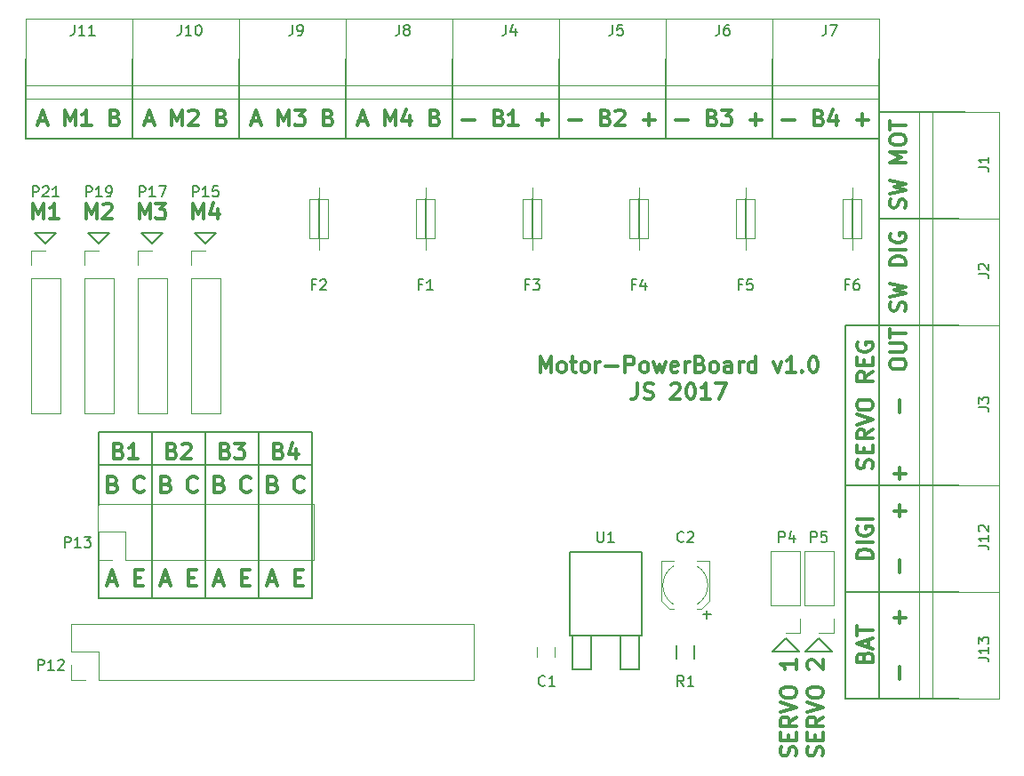
<source format=gbr>
G04 #@! TF.FileFunction,Legend,Top*
%FSLAX46Y46*%
G04 Gerber Fmt 4.6, Leading zero omitted, Abs format (unit mm)*
G04 Created by KiCad (PCBNEW 4.0.5) date 02/02/17 21:36:50*
%MOMM*%
%LPD*%
G01*
G04 APERTURE LIST*
%ADD10C,0.100000*%
%ADD11C,0.300000*%
%ADD12C,0.200000*%
%ADD13C,0.120000*%
%ADD14C,0.150000*%
G04 APERTURE END LIST*
D10*
D11*
X92866429Y-99098571D02*
X92866429Y-97598571D01*
X93366429Y-98670000D01*
X93866429Y-97598571D01*
X93866429Y-99098571D01*
X94795001Y-99098571D02*
X94652143Y-99027143D01*
X94580715Y-98955714D01*
X94509286Y-98812857D01*
X94509286Y-98384286D01*
X94580715Y-98241429D01*
X94652143Y-98170000D01*
X94795001Y-98098571D01*
X95009286Y-98098571D01*
X95152143Y-98170000D01*
X95223572Y-98241429D01*
X95295001Y-98384286D01*
X95295001Y-98812857D01*
X95223572Y-98955714D01*
X95152143Y-99027143D01*
X95009286Y-99098571D01*
X94795001Y-99098571D01*
X95723572Y-98098571D02*
X96295001Y-98098571D01*
X95937858Y-97598571D02*
X95937858Y-98884286D01*
X96009286Y-99027143D01*
X96152144Y-99098571D01*
X96295001Y-99098571D01*
X97009287Y-99098571D02*
X96866429Y-99027143D01*
X96795001Y-98955714D01*
X96723572Y-98812857D01*
X96723572Y-98384286D01*
X96795001Y-98241429D01*
X96866429Y-98170000D01*
X97009287Y-98098571D01*
X97223572Y-98098571D01*
X97366429Y-98170000D01*
X97437858Y-98241429D01*
X97509287Y-98384286D01*
X97509287Y-98812857D01*
X97437858Y-98955714D01*
X97366429Y-99027143D01*
X97223572Y-99098571D01*
X97009287Y-99098571D01*
X98152144Y-99098571D02*
X98152144Y-98098571D01*
X98152144Y-98384286D02*
X98223572Y-98241429D01*
X98295001Y-98170000D01*
X98437858Y-98098571D01*
X98580715Y-98098571D01*
X99080715Y-98527143D02*
X100223572Y-98527143D01*
X100937858Y-99098571D02*
X100937858Y-97598571D01*
X101509286Y-97598571D01*
X101652144Y-97670000D01*
X101723572Y-97741429D01*
X101795001Y-97884286D01*
X101795001Y-98098571D01*
X101723572Y-98241429D01*
X101652144Y-98312857D01*
X101509286Y-98384286D01*
X100937858Y-98384286D01*
X102652144Y-99098571D02*
X102509286Y-99027143D01*
X102437858Y-98955714D01*
X102366429Y-98812857D01*
X102366429Y-98384286D01*
X102437858Y-98241429D01*
X102509286Y-98170000D01*
X102652144Y-98098571D01*
X102866429Y-98098571D01*
X103009286Y-98170000D01*
X103080715Y-98241429D01*
X103152144Y-98384286D01*
X103152144Y-98812857D01*
X103080715Y-98955714D01*
X103009286Y-99027143D01*
X102866429Y-99098571D01*
X102652144Y-99098571D01*
X103652144Y-98098571D02*
X103937858Y-99098571D01*
X104223572Y-98384286D01*
X104509287Y-99098571D01*
X104795001Y-98098571D01*
X105937858Y-99027143D02*
X105795001Y-99098571D01*
X105509287Y-99098571D01*
X105366430Y-99027143D01*
X105295001Y-98884286D01*
X105295001Y-98312857D01*
X105366430Y-98170000D01*
X105509287Y-98098571D01*
X105795001Y-98098571D01*
X105937858Y-98170000D01*
X106009287Y-98312857D01*
X106009287Y-98455714D01*
X105295001Y-98598571D01*
X106652144Y-99098571D02*
X106652144Y-98098571D01*
X106652144Y-98384286D02*
X106723572Y-98241429D01*
X106795001Y-98170000D01*
X106937858Y-98098571D01*
X107080715Y-98098571D01*
X108080715Y-98312857D02*
X108295001Y-98384286D01*
X108366429Y-98455714D01*
X108437858Y-98598571D01*
X108437858Y-98812857D01*
X108366429Y-98955714D01*
X108295001Y-99027143D01*
X108152143Y-99098571D01*
X107580715Y-99098571D01*
X107580715Y-97598571D01*
X108080715Y-97598571D01*
X108223572Y-97670000D01*
X108295001Y-97741429D01*
X108366429Y-97884286D01*
X108366429Y-98027143D01*
X108295001Y-98170000D01*
X108223572Y-98241429D01*
X108080715Y-98312857D01*
X107580715Y-98312857D01*
X109295001Y-99098571D02*
X109152143Y-99027143D01*
X109080715Y-98955714D01*
X109009286Y-98812857D01*
X109009286Y-98384286D01*
X109080715Y-98241429D01*
X109152143Y-98170000D01*
X109295001Y-98098571D01*
X109509286Y-98098571D01*
X109652143Y-98170000D01*
X109723572Y-98241429D01*
X109795001Y-98384286D01*
X109795001Y-98812857D01*
X109723572Y-98955714D01*
X109652143Y-99027143D01*
X109509286Y-99098571D01*
X109295001Y-99098571D01*
X111080715Y-99098571D02*
X111080715Y-98312857D01*
X111009286Y-98170000D01*
X110866429Y-98098571D01*
X110580715Y-98098571D01*
X110437858Y-98170000D01*
X111080715Y-99027143D02*
X110937858Y-99098571D01*
X110580715Y-99098571D01*
X110437858Y-99027143D01*
X110366429Y-98884286D01*
X110366429Y-98741429D01*
X110437858Y-98598571D01*
X110580715Y-98527143D01*
X110937858Y-98527143D01*
X111080715Y-98455714D01*
X111795001Y-99098571D02*
X111795001Y-98098571D01*
X111795001Y-98384286D02*
X111866429Y-98241429D01*
X111937858Y-98170000D01*
X112080715Y-98098571D01*
X112223572Y-98098571D01*
X113366429Y-99098571D02*
X113366429Y-97598571D01*
X113366429Y-99027143D02*
X113223572Y-99098571D01*
X112937858Y-99098571D01*
X112795000Y-99027143D01*
X112723572Y-98955714D01*
X112652143Y-98812857D01*
X112652143Y-98384286D01*
X112723572Y-98241429D01*
X112795000Y-98170000D01*
X112937858Y-98098571D01*
X113223572Y-98098571D01*
X113366429Y-98170000D01*
X115080715Y-98098571D02*
X115437858Y-99098571D01*
X115795000Y-98098571D01*
X117152143Y-99098571D02*
X116295000Y-99098571D01*
X116723572Y-99098571D02*
X116723572Y-97598571D01*
X116580715Y-97812857D01*
X116437857Y-97955714D01*
X116295000Y-98027143D01*
X117795000Y-98955714D02*
X117866428Y-99027143D01*
X117795000Y-99098571D01*
X117723571Y-99027143D01*
X117795000Y-98955714D01*
X117795000Y-99098571D01*
X118795000Y-97598571D02*
X118937857Y-97598571D01*
X119080714Y-97670000D01*
X119152143Y-97741429D01*
X119223572Y-97884286D01*
X119295000Y-98170000D01*
X119295000Y-98527143D01*
X119223572Y-98812857D01*
X119152143Y-98955714D01*
X119080714Y-99027143D01*
X118937857Y-99098571D01*
X118795000Y-99098571D01*
X118652143Y-99027143D01*
X118580714Y-98955714D01*
X118509286Y-98812857D01*
X118437857Y-98527143D01*
X118437857Y-98170000D01*
X118509286Y-97884286D01*
X118580714Y-97741429D01*
X118652143Y-97670000D01*
X118795000Y-97598571D01*
X102116430Y-100148571D02*
X102116430Y-101220000D01*
X102045002Y-101434286D01*
X101902145Y-101577143D01*
X101687859Y-101648571D01*
X101545002Y-101648571D01*
X102759287Y-101577143D02*
X102973573Y-101648571D01*
X103330716Y-101648571D01*
X103473573Y-101577143D01*
X103545002Y-101505714D01*
X103616430Y-101362857D01*
X103616430Y-101220000D01*
X103545002Y-101077143D01*
X103473573Y-101005714D01*
X103330716Y-100934286D01*
X103045002Y-100862857D01*
X102902144Y-100791429D01*
X102830716Y-100720000D01*
X102759287Y-100577143D01*
X102759287Y-100434286D01*
X102830716Y-100291429D01*
X102902144Y-100220000D01*
X103045002Y-100148571D01*
X103402144Y-100148571D01*
X103616430Y-100220000D01*
X105330715Y-100291429D02*
X105402144Y-100220000D01*
X105545001Y-100148571D01*
X105902144Y-100148571D01*
X106045001Y-100220000D01*
X106116430Y-100291429D01*
X106187858Y-100434286D01*
X106187858Y-100577143D01*
X106116430Y-100791429D01*
X105259287Y-101648571D01*
X106187858Y-101648571D01*
X107116429Y-100148571D02*
X107259286Y-100148571D01*
X107402143Y-100220000D01*
X107473572Y-100291429D01*
X107545001Y-100434286D01*
X107616429Y-100720000D01*
X107616429Y-101077143D01*
X107545001Y-101362857D01*
X107473572Y-101505714D01*
X107402143Y-101577143D01*
X107259286Y-101648571D01*
X107116429Y-101648571D01*
X106973572Y-101577143D01*
X106902143Y-101505714D01*
X106830715Y-101362857D01*
X106759286Y-101077143D01*
X106759286Y-100720000D01*
X106830715Y-100434286D01*
X106902143Y-100291429D01*
X106973572Y-100220000D01*
X107116429Y-100148571D01*
X109045000Y-101648571D02*
X108187857Y-101648571D01*
X108616429Y-101648571D02*
X108616429Y-100148571D01*
X108473572Y-100362857D01*
X108330714Y-100505714D01*
X108187857Y-100577143D01*
X109545000Y-100148571D02*
X110545000Y-100148571D01*
X109902143Y-101648571D01*
D12*
X55880000Y-107950000D02*
X55880000Y-104775000D01*
X60960000Y-104775000D02*
X61595000Y-104775000D01*
X60960000Y-107950000D02*
X60960000Y-104775000D01*
X66040000Y-107950000D02*
X66040000Y-104775000D01*
X71120000Y-104775000D02*
X71120000Y-107950000D01*
X50800000Y-104775000D02*
X71120000Y-104775000D01*
X50800000Y-105410000D02*
X50800000Y-104775000D01*
X50800000Y-107950000D02*
X50800000Y-105410000D01*
D11*
X67972858Y-106572857D02*
X68187144Y-106644286D01*
X68258572Y-106715714D01*
X68330001Y-106858571D01*
X68330001Y-107072857D01*
X68258572Y-107215714D01*
X68187144Y-107287143D01*
X68044286Y-107358571D01*
X67472858Y-107358571D01*
X67472858Y-105858571D01*
X67972858Y-105858571D01*
X68115715Y-105930000D01*
X68187144Y-106001429D01*
X68258572Y-106144286D01*
X68258572Y-106287143D01*
X68187144Y-106430000D01*
X68115715Y-106501429D01*
X67972858Y-106572857D01*
X67472858Y-106572857D01*
X69615715Y-106358571D02*
X69615715Y-107358571D01*
X69258572Y-105787143D02*
X68901429Y-106858571D01*
X69830001Y-106858571D01*
X62892858Y-106572857D02*
X63107144Y-106644286D01*
X63178572Y-106715714D01*
X63250001Y-106858571D01*
X63250001Y-107072857D01*
X63178572Y-107215714D01*
X63107144Y-107287143D01*
X62964286Y-107358571D01*
X62392858Y-107358571D01*
X62392858Y-105858571D01*
X62892858Y-105858571D01*
X63035715Y-105930000D01*
X63107144Y-106001429D01*
X63178572Y-106144286D01*
X63178572Y-106287143D01*
X63107144Y-106430000D01*
X63035715Y-106501429D01*
X62892858Y-106572857D01*
X62392858Y-106572857D01*
X63750001Y-105858571D02*
X64678572Y-105858571D01*
X64178572Y-106430000D01*
X64392858Y-106430000D01*
X64535715Y-106501429D01*
X64607144Y-106572857D01*
X64678572Y-106715714D01*
X64678572Y-107072857D01*
X64607144Y-107215714D01*
X64535715Y-107287143D01*
X64392858Y-107358571D01*
X63964286Y-107358571D01*
X63821429Y-107287143D01*
X63750001Y-107215714D01*
X57812858Y-106572857D02*
X58027144Y-106644286D01*
X58098572Y-106715714D01*
X58170001Y-106858571D01*
X58170001Y-107072857D01*
X58098572Y-107215714D01*
X58027144Y-107287143D01*
X57884286Y-107358571D01*
X57312858Y-107358571D01*
X57312858Y-105858571D01*
X57812858Y-105858571D01*
X57955715Y-105930000D01*
X58027144Y-106001429D01*
X58098572Y-106144286D01*
X58098572Y-106287143D01*
X58027144Y-106430000D01*
X57955715Y-106501429D01*
X57812858Y-106572857D01*
X57312858Y-106572857D01*
X58741429Y-106001429D02*
X58812858Y-105930000D01*
X58955715Y-105858571D01*
X59312858Y-105858571D01*
X59455715Y-105930000D01*
X59527144Y-106001429D01*
X59598572Y-106144286D01*
X59598572Y-106287143D01*
X59527144Y-106501429D01*
X58670001Y-107358571D01*
X59598572Y-107358571D01*
X52732858Y-106572857D02*
X52947144Y-106644286D01*
X53018572Y-106715714D01*
X53090001Y-106858571D01*
X53090001Y-107072857D01*
X53018572Y-107215714D01*
X52947144Y-107287143D01*
X52804286Y-107358571D01*
X52232858Y-107358571D01*
X52232858Y-105858571D01*
X52732858Y-105858571D01*
X52875715Y-105930000D01*
X52947144Y-106001429D01*
X53018572Y-106144286D01*
X53018572Y-106287143D01*
X52947144Y-106430000D01*
X52875715Y-106501429D01*
X52732858Y-106572857D01*
X52232858Y-106572857D01*
X54518572Y-107358571D02*
X53661429Y-107358571D01*
X54090001Y-107358571D02*
X54090001Y-105858571D01*
X53947144Y-106072857D01*
X53804286Y-106215714D01*
X53661429Y-106287143D01*
D12*
X121920000Y-130175000D02*
X125095000Y-130175000D01*
X121920000Y-120015000D02*
X121920000Y-130175000D01*
D11*
X123717857Y-126202142D02*
X123789286Y-125987856D01*
X123860714Y-125916428D01*
X124003571Y-125844999D01*
X124217857Y-125844999D01*
X124360714Y-125916428D01*
X124432143Y-125987856D01*
X124503571Y-126130714D01*
X124503571Y-126702142D01*
X123003571Y-126702142D01*
X123003571Y-126202142D01*
X123075000Y-126059285D01*
X123146429Y-125987856D01*
X123289286Y-125916428D01*
X123432143Y-125916428D01*
X123575000Y-125987856D01*
X123646429Y-126059285D01*
X123717857Y-126202142D01*
X123717857Y-126702142D01*
X124075000Y-125273571D02*
X124075000Y-124559285D01*
X124503571Y-125416428D02*
X123003571Y-124916428D01*
X124503571Y-124416428D01*
X123003571Y-124130714D02*
X123003571Y-123273571D01*
X124503571Y-123702142D02*
X123003571Y-123702142D01*
X124503571Y-116792143D02*
X123003571Y-116792143D01*
X123003571Y-116435000D01*
X123075000Y-116220715D01*
X123217857Y-116077857D01*
X123360714Y-116006429D01*
X123646429Y-115935000D01*
X123860714Y-115935000D01*
X124146429Y-116006429D01*
X124289286Y-116077857D01*
X124432143Y-116220715D01*
X124503571Y-116435000D01*
X124503571Y-116792143D01*
X124503571Y-115292143D02*
X123003571Y-115292143D01*
X123075000Y-113792143D02*
X123003571Y-113935000D01*
X123003571Y-114149286D01*
X123075000Y-114363571D01*
X123217857Y-114506429D01*
X123360714Y-114577857D01*
X123646429Y-114649286D01*
X123860714Y-114649286D01*
X124146429Y-114577857D01*
X124289286Y-114506429D01*
X124432143Y-114363571D01*
X124503571Y-114149286D01*
X124503571Y-114006429D01*
X124432143Y-113792143D01*
X124360714Y-113720714D01*
X123860714Y-113720714D01*
X123860714Y-114006429D01*
X124503571Y-113077857D02*
X123003571Y-113077857D01*
X124432143Y-108270714D02*
X124503571Y-108056428D01*
X124503571Y-107699285D01*
X124432143Y-107556428D01*
X124360714Y-107484999D01*
X124217857Y-107413571D01*
X124075000Y-107413571D01*
X123932143Y-107484999D01*
X123860714Y-107556428D01*
X123789286Y-107699285D01*
X123717857Y-107984999D01*
X123646429Y-108127857D01*
X123575000Y-108199285D01*
X123432143Y-108270714D01*
X123289286Y-108270714D01*
X123146429Y-108199285D01*
X123075000Y-108127857D01*
X123003571Y-107984999D01*
X123003571Y-107627857D01*
X123075000Y-107413571D01*
X123717857Y-106770714D02*
X123717857Y-106270714D01*
X124503571Y-106056428D02*
X124503571Y-106770714D01*
X123003571Y-106770714D01*
X123003571Y-106056428D01*
X124503571Y-104556428D02*
X123789286Y-105056428D01*
X124503571Y-105413571D02*
X123003571Y-105413571D01*
X123003571Y-104842143D01*
X123075000Y-104699285D01*
X123146429Y-104627857D01*
X123289286Y-104556428D01*
X123503571Y-104556428D01*
X123646429Y-104627857D01*
X123717857Y-104699285D01*
X123789286Y-104842143D01*
X123789286Y-105413571D01*
X123003571Y-104127857D02*
X124503571Y-103627857D01*
X123003571Y-103127857D01*
X123003571Y-102342143D02*
X123003571Y-102056429D01*
X123075000Y-101913571D01*
X123217857Y-101770714D01*
X123503571Y-101699286D01*
X124003571Y-101699286D01*
X124289286Y-101770714D01*
X124432143Y-101913571D01*
X124503571Y-102056429D01*
X124503571Y-102342143D01*
X124432143Y-102485000D01*
X124289286Y-102627857D01*
X124003571Y-102699286D01*
X123503571Y-102699286D01*
X123217857Y-102627857D01*
X123075000Y-102485000D01*
X123003571Y-102342143D01*
X124503571Y-99056428D02*
X123789286Y-99556428D01*
X124503571Y-99913571D02*
X123003571Y-99913571D01*
X123003571Y-99342143D01*
X123075000Y-99199285D01*
X123146429Y-99127857D01*
X123289286Y-99056428D01*
X123503571Y-99056428D01*
X123646429Y-99127857D01*
X123717857Y-99199285D01*
X123789286Y-99342143D01*
X123789286Y-99913571D01*
X123717857Y-98413571D02*
X123717857Y-97913571D01*
X124503571Y-97699285D02*
X124503571Y-98413571D01*
X123003571Y-98413571D01*
X123003571Y-97699285D01*
X123075000Y-96270714D02*
X123003571Y-96413571D01*
X123003571Y-96627857D01*
X123075000Y-96842142D01*
X123217857Y-96985000D01*
X123360714Y-97056428D01*
X123646429Y-97127857D01*
X123860714Y-97127857D01*
X124146429Y-97056428D01*
X124289286Y-96985000D01*
X124432143Y-96842142D01*
X124503571Y-96627857D01*
X124503571Y-96485000D01*
X124432143Y-96270714D01*
X124360714Y-96199285D01*
X123860714Y-96199285D01*
X123860714Y-96485000D01*
D12*
X71755000Y-82550000D02*
X71755000Y-86360000D01*
X81915000Y-86360000D02*
X81915000Y-82550000D01*
X92075000Y-82550000D02*
X92075000Y-86360000D01*
X102235000Y-86360000D02*
X102235000Y-82550000D01*
X112395000Y-86360000D02*
X112395000Y-82550000D01*
X122555000Y-86360000D02*
X122555000Y-82550000D01*
X71120000Y-120650000D02*
X66040000Y-120650000D01*
X71120000Y-107950000D02*
X71120000Y-120650000D01*
X66040000Y-107950000D02*
X71120000Y-107950000D01*
X66040000Y-120650000D02*
X60960000Y-120650000D01*
X66040000Y-107950000D02*
X66040000Y-120650000D01*
X60960000Y-107950000D02*
X66040000Y-107950000D01*
X60960000Y-120650000D02*
X55880000Y-120650000D01*
X60960000Y-120015000D02*
X60960000Y-120650000D01*
X60960000Y-107950000D02*
X60960000Y-120015000D01*
X55880000Y-107950000D02*
X60960000Y-107950000D01*
X50800000Y-120650000D02*
X50800000Y-114300000D01*
X55880000Y-120650000D02*
X50800000Y-120650000D01*
X55880000Y-107950000D02*
X55880000Y-120650000D01*
X50800000Y-107950000D02*
X55880000Y-107950000D01*
X50800000Y-111760000D02*
X50800000Y-107950000D01*
X132715000Y-109855000D02*
X121920000Y-109855000D01*
X121920000Y-120015000D02*
X125095000Y-120015000D01*
X121920000Y-94615000D02*
X121920000Y-120015000D01*
X132715000Y-94615000D02*
X121920000Y-94615000D01*
X132715000Y-84455000D02*
X125095000Y-84455000D01*
X125095000Y-120015000D02*
X125095000Y-120650000D01*
X132715000Y-120015000D02*
X125095000Y-120015000D01*
X125095000Y-130175000D02*
X132715000Y-130175000D01*
X125095000Y-74295000D02*
X125095000Y-130175000D01*
X133350000Y-74295000D02*
X125095000Y-74295000D01*
X125095000Y-76835000D02*
X125095000Y-69215000D01*
X53975000Y-69215000D02*
X53975000Y-76835000D01*
X64135000Y-76835000D02*
X64770000Y-76835000D01*
X64135000Y-69215000D02*
X64135000Y-76835000D01*
X74295000Y-69215000D02*
X74295000Y-76835000D01*
X84455000Y-69215000D02*
X84455000Y-76835000D01*
X94615000Y-69215000D02*
X94615000Y-76835000D01*
X104775000Y-69215000D02*
X104775000Y-76835000D01*
X114935000Y-69215000D02*
X114935000Y-76835000D01*
X43815000Y-76835000D02*
X125095000Y-76835000D01*
X43815000Y-69215000D02*
X43815000Y-76835000D01*
D11*
X69528572Y-118637857D02*
X70028572Y-118637857D01*
X70242858Y-119423571D02*
X69528572Y-119423571D01*
X69528572Y-117923571D01*
X70242858Y-117923571D01*
X64448572Y-118637857D02*
X64948572Y-118637857D01*
X65162858Y-119423571D02*
X64448572Y-119423571D01*
X64448572Y-117923571D01*
X65162858Y-117923571D01*
X59368572Y-118637857D02*
X59868572Y-118637857D01*
X60082858Y-119423571D02*
X59368572Y-119423571D01*
X59368572Y-117923571D01*
X60082858Y-117923571D01*
X66952857Y-118995000D02*
X67667143Y-118995000D01*
X66810000Y-119423571D02*
X67310000Y-117923571D01*
X67810000Y-119423571D01*
X61872857Y-118995000D02*
X62587143Y-118995000D01*
X61730000Y-119423571D02*
X62230000Y-117923571D01*
X62730000Y-119423571D01*
X56792857Y-118995000D02*
X57507143Y-118995000D01*
X56650000Y-119423571D02*
X57150000Y-117923571D01*
X57650000Y-119423571D01*
X54288572Y-118637857D02*
X54788572Y-118637857D01*
X55002858Y-119423571D02*
X54288572Y-119423571D01*
X54288572Y-117923571D01*
X55002858Y-117923571D01*
X51712857Y-118995000D02*
X52427143Y-118995000D01*
X51570000Y-119423571D02*
X52070000Y-117923571D01*
X52570000Y-119423571D01*
X70314286Y-110390714D02*
X70242857Y-110462143D01*
X70028571Y-110533571D01*
X69885714Y-110533571D01*
X69671429Y-110462143D01*
X69528571Y-110319286D01*
X69457143Y-110176429D01*
X69385714Y-109890714D01*
X69385714Y-109676429D01*
X69457143Y-109390714D01*
X69528571Y-109247857D01*
X69671429Y-109105000D01*
X69885714Y-109033571D01*
X70028571Y-109033571D01*
X70242857Y-109105000D01*
X70314286Y-109176429D01*
X65234286Y-110390714D02*
X65162857Y-110462143D01*
X64948571Y-110533571D01*
X64805714Y-110533571D01*
X64591429Y-110462143D01*
X64448571Y-110319286D01*
X64377143Y-110176429D01*
X64305714Y-109890714D01*
X64305714Y-109676429D01*
X64377143Y-109390714D01*
X64448571Y-109247857D01*
X64591429Y-109105000D01*
X64805714Y-109033571D01*
X64948571Y-109033571D01*
X65162857Y-109105000D01*
X65234286Y-109176429D01*
X60154286Y-110390714D02*
X60082857Y-110462143D01*
X59868571Y-110533571D01*
X59725714Y-110533571D01*
X59511429Y-110462143D01*
X59368571Y-110319286D01*
X59297143Y-110176429D01*
X59225714Y-109890714D01*
X59225714Y-109676429D01*
X59297143Y-109390714D01*
X59368571Y-109247857D01*
X59511429Y-109105000D01*
X59725714Y-109033571D01*
X59868571Y-109033571D01*
X60082857Y-109105000D01*
X60154286Y-109176429D01*
X67417143Y-109747857D02*
X67631429Y-109819286D01*
X67702857Y-109890714D01*
X67774286Y-110033571D01*
X67774286Y-110247857D01*
X67702857Y-110390714D01*
X67631429Y-110462143D01*
X67488571Y-110533571D01*
X66917143Y-110533571D01*
X66917143Y-109033571D01*
X67417143Y-109033571D01*
X67560000Y-109105000D01*
X67631429Y-109176429D01*
X67702857Y-109319286D01*
X67702857Y-109462143D01*
X67631429Y-109605000D01*
X67560000Y-109676429D01*
X67417143Y-109747857D01*
X66917143Y-109747857D01*
X62337143Y-109747857D02*
X62551429Y-109819286D01*
X62622857Y-109890714D01*
X62694286Y-110033571D01*
X62694286Y-110247857D01*
X62622857Y-110390714D01*
X62551429Y-110462143D01*
X62408571Y-110533571D01*
X61837143Y-110533571D01*
X61837143Y-109033571D01*
X62337143Y-109033571D01*
X62480000Y-109105000D01*
X62551429Y-109176429D01*
X62622857Y-109319286D01*
X62622857Y-109462143D01*
X62551429Y-109605000D01*
X62480000Y-109676429D01*
X62337143Y-109747857D01*
X61837143Y-109747857D01*
X52177143Y-109747857D02*
X52391429Y-109819286D01*
X52462857Y-109890714D01*
X52534286Y-110033571D01*
X52534286Y-110247857D01*
X52462857Y-110390714D01*
X52391429Y-110462143D01*
X52248571Y-110533571D01*
X51677143Y-110533571D01*
X51677143Y-109033571D01*
X52177143Y-109033571D01*
X52320000Y-109105000D01*
X52391429Y-109176429D01*
X52462857Y-109319286D01*
X52462857Y-109462143D01*
X52391429Y-109605000D01*
X52320000Y-109676429D01*
X52177143Y-109747857D01*
X51677143Y-109747857D01*
X55074286Y-110390714D02*
X55002857Y-110462143D01*
X54788571Y-110533571D01*
X54645714Y-110533571D01*
X54431429Y-110462143D01*
X54288571Y-110319286D01*
X54217143Y-110176429D01*
X54145714Y-109890714D01*
X54145714Y-109676429D01*
X54217143Y-109390714D01*
X54288571Y-109247857D01*
X54431429Y-109105000D01*
X54645714Y-109033571D01*
X54788571Y-109033571D01*
X55002857Y-109105000D01*
X55074286Y-109176429D01*
X57257143Y-109747857D02*
X57471429Y-109819286D01*
X57542857Y-109890714D01*
X57614286Y-110033571D01*
X57614286Y-110247857D01*
X57542857Y-110390714D01*
X57471429Y-110462143D01*
X57328571Y-110533571D01*
X56757143Y-110533571D01*
X56757143Y-109033571D01*
X57257143Y-109033571D01*
X57400000Y-109105000D01*
X57471429Y-109176429D01*
X57542857Y-109319286D01*
X57542857Y-109462143D01*
X57471429Y-109605000D01*
X57400000Y-109676429D01*
X57257143Y-109747857D01*
X56757143Y-109747857D01*
D12*
X119380000Y-124460000D02*
X118110000Y-125730000D01*
X120650000Y-125730000D02*
X119380000Y-124460000D01*
X118110000Y-125730000D02*
X120650000Y-125730000D01*
X117475000Y-125730000D02*
X116205000Y-124460000D01*
X116840000Y-125730000D02*
X117475000Y-125730000D01*
X114935000Y-125730000D02*
X116840000Y-125730000D01*
X116205000Y-124460000D02*
X114935000Y-125730000D01*
X59944000Y-85852000D02*
X60960000Y-86868000D01*
X61976000Y-85852000D02*
X59944000Y-85852000D01*
X60960000Y-86868000D02*
X61976000Y-85852000D01*
X54864000Y-85852000D02*
X55880000Y-86868000D01*
X56896000Y-85852000D02*
X54864000Y-85852000D01*
X55880000Y-86868000D02*
X56896000Y-85852000D01*
X49784000Y-85852000D02*
X50800000Y-86868000D01*
X51816000Y-85852000D02*
X49784000Y-85852000D01*
X50800000Y-86868000D02*
X51816000Y-85852000D01*
X44704000Y-85852000D02*
X45720000Y-86868000D01*
X46736000Y-85852000D02*
X44704000Y-85852000D01*
X45720000Y-86868000D02*
X46736000Y-85852000D01*
D11*
X117188143Y-135635428D02*
X117259571Y-135421142D01*
X117259571Y-135063999D01*
X117188143Y-134921142D01*
X117116714Y-134849713D01*
X116973857Y-134778285D01*
X116831000Y-134778285D01*
X116688143Y-134849713D01*
X116616714Y-134921142D01*
X116545286Y-135063999D01*
X116473857Y-135349713D01*
X116402429Y-135492571D01*
X116331000Y-135563999D01*
X116188143Y-135635428D01*
X116045286Y-135635428D01*
X115902429Y-135563999D01*
X115831000Y-135492571D01*
X115759571Y-135349713D01*
X115759571Y-134992571D01*
X115831000Y-134778285D01*
X116473857Y-134135428D02*
X116473857Y-133635428D01*
X117259571Y-133421142D02*
X117259571Y-134135428D01*
X115759571Y-134135428D01*
X115759571Y-133421142D01*
X117259571Y-131921142D02*
X116545286Y-132421142D01*
X117259571Y-132778285D02*
X115759571Y-132778285D01*
X115759571Y-132206857D01*
X115831000Y-132063999D01*
X115902429Y-131992571D01*
X116045286Y-131921142D01*
X116259571Y-131921142D01*
X116402429Y-131992571D01*
X116473857Y-132063999D01*
X116545286Y-132206857D01*
X116545286Y-132778285D01*
X115759571Y-131492571D02*
X117259571Y-130992571D01*
X115759571Y-130492571D01*
X115759571Y-129706857D02*
X115759571Y-129421143D01*
X115831000Y-129278285D01*
X115973857Y-129135428D01*
X116259571Y-129064000D01*
X116759571Y-129064000D01*
X117045286Y-129135428D01*
X117188143Y-129278285D01*
X117259571Y-129421143D01*
X117259571Y-129706857D01*
X117188143Y-129849714D01*
X117045286Y-129992571D01*
X116759571Y-130064000D01*
X116259571Y-130064000D01*
X115973857Y-129992571D01*
X115831000Y-129849714D01*
X115759571Y-129706857D01*
X117259571Y-126492571D02*
X117259571Y-127349714D01*
X117259571Y-126921142D02*
X115759571Y-126921142D01*
X115973857Y-127063999D01*
X116116714Y-127206857D01*
X116188143Y-127349714D01*
X119738143Y-135635428D02*
X119809571Y-135421142D01*
X119809571Y-135063999D01*
X119738143Y-134921142D01*
X119666714Y-134849713D01*
X119523857Y-134778285D01*
X119381000Y-134778285D01*
X119238143Y-134849713D01*
X119166714Y-134921142D01*
X119095286Y-135063999D01*
X119023857Y-135349713D01*
X118952429Y-135492571D01*
X118881000Y-135563999D01*
X118738143Y-135635428D01*
X118595286Y-135635428D01*
X118452429Y-135563999D01*
X118381000Y-135492571D01*
X118309571Y-135349713D01*
X118309571Y-134992571D01*
X118381000Y-134778285D01*
X119023857Y-134135428D02*
X119023857Y-133635428D01*
X119809571Y-133421142D02*
X119809571Y-134135428D01*
X118309571Y-134135428D01*
X118309571Y-133421142D01*
X119809571Y-131921142D02*
X119095286Y-132421142D01*
X119809571Y-132778285D02*
X118309571Y-132778285D01*
X118309571Y-132206857D01*
X118381000Y-132063999D01*
X118452429Y-131992571D01*
X118595286Y-131921142D01*
X118809571Y-131921142D01*
X118952429Y-131992571D01*
X119023857Y-132063999D01*
X119095286Y-132206857D01*
X119095286Y-132778285D01*
X118309571Y-131492571D02*
X119809571Y-130992571D01*
X118309571Y-130492571D01*
X118309571Y-129706857D02*
X118309571Y-129421143D01*
X118381000Y-129278285D01*
X118523857Y-129135428D01*
X118809571Y-129064000D01*
X119309571Y-129064000D01*
X119595286Y-129135428D01*
X119738143Y-129278285D01*
X119809571Y-129421143D01*
X119809571Y-129706857D01*
X119738143Y-129849714D01*
X119595286Y-129992571D01*
X119309571Y-130064000D01*
X118809571Y-130064000D01*
X118523857Y-129992571D01*
X118381000Y-129849714D01*
X118309571Y-129706857D01*
X118452429Y-127349714D02*
X118381000Y-127278285D01*
X118309571Y-127135428D01*
X118309571Y-126778285D01*
X118381000Y-126635428D01*
X118452429Y-126563999D01*
X118595286Y-126492571D01*
X118738143Y-126492571D01*
X118952429Y-126563999D01*
X119809571Y-127421142D01*
X119809571Y-126492571D01*
X127107143Y-128309285D02*
X127107143Y-127166428D01*
X127107143Y-123023571D02*
X127107143Y-121880714D01*
X127678571Y-122452143D02*
X126535714Y-122452143D01*
X127107143Y-118149285D02*
X127107143Y-117006428D01*
X127107143Y-112863571D02*
X127107143Y-111720714D01*
X127678571Y-112292143D02*
X126535714Y-112292143D01*
X127107143Y-109306428D02*
X127107143Y-108163571D01*
X127678571Y-108735000D02*
X126535714Y-108735000D01*
X127107143Y-102877857D02*
X127107143Y-101735000D01*
X126178571Y-98449286D02*
X126178571Y-98163572D01*
X126250000Y-98020714D01*
X126392857Y-97877857D01*
X126678571Y-97806429D01*
X127178571Y-97806429D01*
X127464286Y-97877857D01*
X127607143Y-98020714D01*
X127678571Y-98163572D01*
X127678571Y-98449286D01*
X127607143Y-98592143D01*
X127464286Y-98735000D01*
X127178571Y-98806429D01*
X126678571Y-98806429D01*
X126392857Y-98735000D01*
X126250000Y-98592143D01*
X126178571Y-98449286D01*
X126178571Y-97163571D02*
X127392857Y-97163571D01*
X127535714Y-97092143D01*
X127607143Y-97020714D01*
X127678571Y-96877857D01*
X127678571Y-96592143D01*
X127607143Y-96449285D01*
X127535714Y-96377857D01*
X127392857Y-96306428D01*
X126178571Y-96306428D01*
X126178571Y-95806428D02*
X126178571Y-94949285D01*
X127678571Y-95377856D02*
X126178571Y-95377856D01*
X127607143Y-93249286D02*
X127678571Y-93035000D01*
X127678571Y-92677857D01*
X127607143Y-92535000D01*
X127535714Y-92463571D01*
X127392857Y-92392143D01*
X127250000Y-92392143D01*
X127107143Y-92463571D01*
X127035714Y-92535000D01*
X126964286Y-92677857D01*
X126892857Y-92963571D01*
X126821429Y-93106429D01*
X126750000Y-93177857D01*
X126607143Y-93249286D01*
X126464286Y-93249286D01*
X126321429Y-93177857D01*
X126250000Y-93106429D01*
X126178571Y-92963571D01*
X126178571Y-92606429D01*
X126250000Y-92392143D01*
X126178571Y-91892143D02*
X127678571Y-91535000D01*
X126607143Y-91249286D01*
X127678571Y-90963572D01*
X126178571Y-90606429D01*
X127678571Y-88892143D02*
X126178571Y-88892143D01*
X126178571Y-88535000D01*
X126250000Y-88320715D01*
X126392857Y-88177857D01*
X126535714Y-88106429D01*
X126821429Y-88035000D01*
X127035714Y-88035000D01*
X127321429Y-88106429D01*
X127464286Y-88177857D01*
X127607143Y-88320715D01*
X127678571Y-88535000D01*
X127678571Y-88892143D01*
X127678571Y-87392143D02*
X126178571Y-87392143D01*
X126250000Y-85892143D02*
X126178571Y-86035000D01*
X126178571Y-86249286D01*
X126250000Y-86463571D01*
X126392857Y-86606429D01*
X126535714Y-86677857D01*
X126821429Y-86749286D01*
X127035714Y-86749286D01*
X127321429Y-86677857D01*
X127464286Y-86606429D01*
X127607143Y-86463571D01*
X127678571Y-86249286D01*
X127678571Y-86106429D01*
X127607143Y-85892143D01*
X127535714Y-85820714D01*
X127035714Y-85820714D01*
X127035714Y-86106429D01*
X127607143Y-83446429D02*
X127678571Y-83232143D01*
X127678571Y-82875000D01*
X127607143Y-82732143D01*
X127535714Y-82660714D01*
X127392857Y-82589286D01*
X127250000Y-82589286D01*
X127107143Y-82660714D01*
X127035714Y-82732143D01*
X126964286Y-82875000D01*
X126892857Y-83160714D01*
X126821429Y-83303572D01*
X126750000Y-83375000D01*
X126607143Y-83446429D01*
X126464286Y-83446429D01*
X126321429Y-83375000D01*
X126250000Y-83303572D01*
X126178571Y-83160714D01*
X126178571Y-82803572D01*
X126250000Y-82589286D01*
X126178571Y-82089286D02*
X127678571Y-81732143D01*
X126607143Y-81446429D01*
X127678571Y-81160715D01*
X126178571Y-80803572D01*
X127678571Y-79089286D02*
X126178571Y-79089286D01*
X127250000Y-78589286D01*
X126178571Y-78089286D01*
X127678571Y-78089286D01*
X126178571Y-77089286D02*
X126178571Y-76803572D01*
X126250000Y-76660714D01*
X126392857Y-76517857D01*
X126678571Y-76446429D01*
X127178571Y-76446429D01*
X127464286Y-76517857D01*
X127607143Y-76660714D01*
X127678571Y-76803572D01*
X127678571Y-77089286D01*
X127607143Y-77232143D01*
X127464286Y-77375000D01*
X127178571Y-77446429D01*
X126678571Y-77446429D01*
X126392857Y-77375000D01*
X126250000Y-77232143D01*
X126178571Y-77089286D01*
X126178571Y-76017857D02*
X126178571Y-75160714D01*
X127678571Y-75589285D02*
X126178571Y-75589285D01*
X59745715Y-84498571D02*
X59745715Y-82998571D01*
X60245715Y-84070000D01*
X60745715Y-82998571D01*
X60745715Y-84498571D01*
X62102858Y-83498571D02*
X62102858Y-84498571D01*
X61745715Y-82927143D02*
X61388572Y-83998571D01*
X62317144Y-83998571D01*
X54665715Y-84498571D02*
X54665715Y-82998571D01*
X55165715Y-84070000D01*
X55665715Y-82998571D01*
X55665715Y-84498571D01*
X56237144Y-82998571D02*
X57165715Y-82998571D01*
X56665715Y-83570000D01*
X56880001Y-83570000D01*
X57022858Y-83641429D01*
X57094287Y-83712857D01*
X57165715Y-83855714D01*
X57165715Y-84212857D01*
X57094287Y-84355714D01*
X57022858Y-84427143D01*
X56880001Y-84498571D01*
X56451429Y-84498571D01*
X56308572Y-84427143D01*
X56237144Y-84355714D01*
X49585715Y-84498571D02*
X49585715Y-82998571D01*
X50085715Y-84070000D01*
X50585715Y-82998571D01*
X50585715Y-84498571D01*
X51228572Y-83141429D02*
X51300001Y-83070000D01*
X51442858Y-82998571D01*
X51800001Y-82998571D01*
X51942858Y-83070000D01*
X52014287Y-83141429D01*
X52085715Y-83284286D01*
X52085715Y-83427143D01*
X52014287Y-83641429D01*
X51157144Y-84498571D01*
X52085715Y-84498571D01*
X44505715Y-84498571D02*
X44505715Y-82998571D01*
X45005715Y-84070000D01*
X45505715Y-82998571D01*
X45505715Y-84498571D01*
X47005715Y-84498571D02*
X46148572Y-84498571D01*
X46577144Y-84498571D02*
X46577144Y-82998571D01*
X46434287Y-83212857D01*
X46291429Y-83355714D01*
X46148572Y-83427143D01*
X115907858Y-75037143D02*
X117050715Y-75037143D01*
X119407858Y-74822857D02*
X119622144Y-74894286D01*
X119693572Y-74965714D01*
X119765001Y-75108571D01*
X119765001Y-75322857D01*
X119693572Y-75465714D01*
X119622144Y-75537143D01*
X119479286Y-75608571D01*
X118907858Y-75608571D01*
X118907858Y-74108571D01*
X119407858Y-74108571D01*
X119550715Y-74180000D01*
X119622144Y-74251429D01*
X119693572Y-74394286D01*
X119693572Y-74537143D01*
X119622144Y-74680000D01*
X119550715Y-74751429D01*
X119407858Y-74822857D01*
X118907858Y-74822857D01*
X121050715Y-74608571D02*
X121050715Y-75608571D01*
X120693572Y-74037143D02*
X120336429Y-75108571D01*
X121265001Y-75108571D01*
X122979286Y-75037143D02*
X124122143Y-75037143D01*
X123550714Y-75608571D02*
X123550714Y-74465714D01*
X105747858Y-75037143D02*
X106890715Y-75037143D01*
X109247858Y-74822857D02*
X109462144Y-74894286D01*
X109533572Y-74965714D01*
X109605001Y-75108571D01*
X109605001Y-75322857D01*
X109533572Y-75465714D01*
X109462144Y-75537143D01*
X109319286Y-75608571D01*
X108747858Y-75608571D01*
X108747858Y-74108571D01*
X109247858Y-74108571D01*
X109390715Y-74180000D01*
X109462144Y-74251429D01*
X109533572Y-74394286D01*
X109533572Y-74537143D01*
X109462144Y-74680000D01*
X109390715Y-74751429D01*
X109247858Y-74822857D01*
X108747858Y-74822857D01*
X110105001Y-74108571D02*
X111033572Y-74108571D01*
X110533572Y-74680000D01*
X110747858Y-74680000D01*
X110890715Y-74751429D01*
X110962144Y-74822857D01*
X111033572Y-74965714D01*
X111033572Y-75322857D01*
X110962144Y-75465714D01*
X110890715Y-75537143D01*
X110747858Y-75608571D01*
X110319286Y-75608571D01*
X110176429Y-75537143D01*
X110105001Y-75465714D01*
X112819286Y-75037143D02*
X113962143Y-75037143D01*
X113390714Y-75608571D02*
X113390714Y-74465714D01*
X95587858Y-75037143D02*
X96730715Y-75037143D01*
X99087858Y-74822857D02*
X99302144Y-74894286D01*
X99373572Y-74965714D01*
X99445001Y-75108571D01*
X99445001Y-75322857D01*
X99373572Y-75465714D01*
X99302144Y-75537143D01*
X99159286Y-75608571D01*
X98587858Y-75608571D01*
X98587858Y-74108571D01*
X99087858Y-74108571D01*
X99230715Y-74180000D01*
X99302144Y-74251429D01*
X99373572Y-74394286D01*
X99373572Y-74537143D01*
X99302144Y-74680000D01*
X99230715Y-74751429D01*
X99087858Y-74822857D01*
X98587858Y-74822857D01*
X100016429Y-74251429D02*
X100087858Y-74180000D01*
X100230715Y-74108571D01*
X100587858Y-74108571D01*
X100730715Y-74180000D01*
X100802144Y-74251429D01*
X100873572Y-74394286D01*
X100873572Y-74537143D01*
X100802144Y-74751429D01*
X99945001Y-75608571D01*
X100873572Y-75608571D01*
X102659286Y-75037143D02*
X103802143Y-75037143D01*
X103230714Y-75608571D02*
X103230714Y-74465714D01*
X85427858Y-75037143D02*
X86570715Y-75037143D01*
X88927858Y-74822857D02*
X89142144Y-74894286D01*
X89213572Y-74965714D01*
X89285001Y-75108571D01*
X89285001Y-75322857D01*
X89213572Y-75465714D01*
X89142144Y-75537143D01*
X88999286Y-75608571D01*
X88427858Y-75608571D01*
X88427858Y-74108571D01*
X88927858Y-74108571D01*
X89070715Y-74180000D01*
X89142144Y-74251429D01*
X89213572Y-74394286D01*
X89213572Y-74537143D01*
X89142144Y-74680000D01*
X89070715Y-74751429D01*
X88927858Y-74822857D01*
X88427858Y-74822857D01*
X90713572Y-75608571D02*
X89856429Y-75608571D01*
X90285001Y-75608571D02*
X90285001Y-74108571D01*
X90142144Y-74322857D01*
X89999286Y-74465714D01*
X89856429Y-74537143D01*
X92499286Y-75037143D02*
X93642143Y-75037143D01*
X93070714Y-75608571D02*
X93070714Y-74465714D01*
X75553572Y-75180000D02*
X76267858Y-75180000D01*
X75410715Y-75608571D02*
X75910715Y-74108571D01*
X76410715Y-75608571D01*
X78053572Y-75608571D02*
X78053572Y-74108571D01*
X78553572Y-75180000D01*
X79053572Y-74108571D01*
X79053572Y-75608571D01*
X80410715Y-74608571D02*
X80410715Y-75608571D01*
X80053572Y-74037143D02*
X79696429Y-75108571D01*
X80625001Y-75108571D01*
X82839286Y-74822857D02*
X83053572Y-74894286D01*
X83125000Y-74965714D01*
X83196429Y-75108571D01*
X83196429Y-75322857D01*
X83125000Y-75465714D01*
X83053572Y-75537143D01*
X82910714Y-75608571D01*
X82339286Y-75608571D01*
X82339286Y-74108571D01*
X82839286Y-74108571D01*
X82982143Y-74180000D01*
X83053572Y-74251429D01*
X83125000Y-74394286D01*
X83125000Y-74537143D01*
X83053572Y-74680000D01*
X82982143Y-74751429D01*
X82839286Y-74822857D01*
X82339286Y-74822857D01*
X65393572Y-75180000D02*
X66107858Y-75180000D01*
X65250715Y-75608571D02*
X65750715Y-74108571D01*
X66250715Y-75608571D01*
X67893572Y-75608571D02*
X67893572Y-74108571D01*
X68393572Y-75180000D01*
X68893572Y-74108571D01*
X68893572Y-75608571D01*
X69465001Y-74108571D02*
X70393572Y-74108571D01*
X69893572Y-74680000D01*
X70107858Y-74680000D01*
X70250715Y-74751429D01*
X70322144Y-74822857D01*
X70393572Y-74965714D01*
X70393572Y-75322857D01*
X70322144Y-75465714D01*
X70250715Y-75537143D01*
X70107858Y-75608571D01*
X69679286Y-75608571D01*
X69536429Y-75537143D01*
X69465001Y-75465714D01*
X72679286Y-74822857D02*
X72893572Y-74894286D01*
X72965000Y-74965714D01*
X73036429Y-75108571D01*
X73036429Y-75322857D01*
X72965000Y-75465714D01*
X72893572Y-75537143D01*
X72750714Y-75608571D01*
X72179286Y-75608571D01*
X72179286Y-74108571D01*
X72679286Y-74108571D01*
X72822143Y-74180000D01*
X72893572Y-74251429D01*
X72965000Y-74394286D01*
X72965000Y-74537143D01*
X72893572Y-74680000D01*
X72822143Y-74751429D01*
X72679286Y-74822857D01*
X72179286Y-74822857D01*
X55233572Y-75180000D02*
X55947858Y-75180000D01*
X55090715Y-75608571D02*
X55590715Y-74108571D01*
X56090715Y-75608571D01*
X57733572Y-75608571D02*
X57733572Y-74108571D01*
X58233572Y-75180000D01*
X58733572Y-74108571D01*
X58733572Y-75608571D01*
X59376429Y-74251429D02*
X59447858Y-74180000D01*
X59590715Y-74108571D01*
X59947858Y-74108571D01*
X60090715Y-74180000D01*
X60162144Y-74251429D01*
X60233572Y-74394286D01*
X60233572Y-74537143D01*
X60162144Y-74751429D01*
X59305001Y-75608571D01*
X60233572Y-75608571D01*
X62519286Y-74822857D02*
X62733572Y-74894286D01*
X62805000Y-74965714D01*
X62876429Y-75108571D01*
X62876429Y-75322857D01*
X62805000Y-75465714D01*
X62733572Y-75537143D01*
X62590714Y-75608571D01*
X62019286Y-75608571D01*
X62019286Y-74108571D01*
X62519286Y-74108571D01*
X62662143Y-74180000D01*
X62733572Y-74251429D01*
X62805000Y-74394286D01*
X62805000Y-74537143D01*
X62733572Y-74680000D01*
X62662143Y-74751429D01*
X62519286Y-74822857D01*
X62019286Y-74822857D01*
X45073572Y-75180000D02*
X45787858Y-75180000D01*
X44930715Y-75608571D02*
X45430715Y-74108571D01*
X45930715Y-75608571D01*
X47573572Y-75608571D02*
X47573572Y-74108571D01*
X48073572Y-75180000D01*
X48573572Y-74108571D01*
X48573572Y-75608571D01*
X50073572Y-75608571D02*
X49216429Y-75608571D01*
X49645001Y-75608571D02*
X49645001Y-74108571D01*
X49502144Y-74322857D01*
X49359286Y-74465714D01*
X49216429Y-74537143D01*
X52359286Y-74822857D02*
X52573572Y-74894286D01*
X52645000Y-74965714D01*
X52716429Y-75108571D01*
X52716429Y-75322857D01*
X52645000Y-75465714D01*
X52573572Y-75537143D01*
X52430714Y-75608571D01*
X51859286Y-75608571D01*
X51859286Y-74108571D01*
X52359286Y-74108571D01*
X52502143Y-74180000D01*
X52573572Y-74251429D01*
X52645000Y-74394286D01*
X52645000Y-74537143D01*
X52573572Y-74680000D01*
X52502143Y-74751429D01*
X52359286Y-74822857D01*
X51859286Y-74822857D01*
D13*
X123415000Y-82595000D02*
X121695000Y-82595000D01*
X121695000Y-82595000D02*
X121695000Y-86315000D01*
X121695000Y-86315000D02*
X123415000Y-86315000D01*
X123415000Y-86315000D02*
X123415000Y-82595000D01*
X122555000Y-81525000D02*
X122555000Y-82595000D01*
X122555000Y-87385000D02*
X122555000Y-86315000D01*
X113255000Y-82595000D02*
X111535000Y-82595000D01*
X111535000Y-82595000D02*
X111535000Y-86315000D01*
X111535000Y-86315000D02*
X113255000Y-86315000D01*
X113255000Y-86315000D02*
X113255000Y-82595000D01*
X112395000Y-81525000D02*
X112395000Y-82595000D01*
X112395000Y-87385000D02*
X112395000Y-86315000D01*
X103095000Y-82595000D02*
X101375000Y-82595000D01*
X101375000Y-82595000D02*
X101375000Y-86315000D01*
X101375000Y-86315000D02*
X103095000Y-86315000D01*
X103095000Y-86315000D02*
X103095000Y-82595000D01*
X102235000Y-81525000D02*
X102235000Y-82595000D01*
X102235000Y-87385000D02*
X102235000Y-86315000D01*
X92935000Y-82595000D02*
X91215000Y-82595000D01*
X91215000Y-82595000D02*
X91215000Y-86315000D01*
X91215000Y-86315000D02*
X92935000Y-86315000D01*
X92935000Y-86315000D02*
X92935000Y-82595000D01*
X92075000Y-81525000D02*
X92075000Y-82595000D01*
X92075000Y-87385000D02*
X92075000Y-86315000D01*
X92495000Y-125230000D02*
X92495000Y-126230000D01*
X94195000Y-126230000D02*
X94195000Y-125230000D01*
X104380000Y-117090000D02*
X105550000Y-117090000D01*
X108950000Y-117090000D02*
X107780000Y-117090000D01*
X108190000Y-121670000D02*
X107780000Y-121670000D01*
X105140000Y-121670000D02*
X105550000Y-121670000D01*
X104380000Y-120900000D02*
X104380000Y-117090000D01*
X104380000Y-120900000D02*
X105140000Y-121670000D01*
X108950000Y-120900000D02*
X108950000Y-117090000D01*
X108950000Y-120900000D02*
X108190000Y-121670000D01*
X105549666Y-117550207D02*
G75*
G03X105550000Y-121210000I1130334J-1829793D01*
G01*
X107788944Y-121204594D02*
G75*
G03X107780000Y-117550000I-1108944J1824594D01*
G01*
X81055000Y-86315000D02*
X82775000Y-86315000D01*
X82775000Y-86315000D02*
X82775000Y-82595000D01*
X82775000Y-82595000D02*
X81055000Y-82595000D01*
X81055000Y-82595000D02*
X81055000Y-86315000D01*
X81915000Y-87385000D02*
X81915000Y-86315000D01*
X81915000Y-81525000D02*
X81915000Y-82595000D01*
X72615000Y-82595000D02*
X70895000Y-82595000D01*
X70895000Y-82595000D02*
X70895000Y-86315000D01*
X70895000Y-86315000D02*
X72615000Y-86315000D01*
X72615000Y-86315000D02*
X72615000Y-82595000D01*
X71755000Y-81525000D02*
X71755000Y-82595000D01*
X71755000Y-87385000D02*
X71755000Y-86315000D01*
X117595000Y-121285000D02*
X117595000Y-116085000D01*
X117595000Y-116085000D02*
X114815000Y-116085000D01*
X114815000Y-116085000D02*
X114815000Y-121285000D01*
X114815000Y-121285000D02*
X117595000Y-121285000D01*
X117595000Y-122555000D02*
X117595000Y-123945000D01*
X117595000Y-123945000D02*
X116205000Y-123945000D01*
X120770000Y-121285000D02*
X120770000Y-116085000D01*
X120770000Y-116085000D02*
X117990000Y-116085000D01*
X117990000Y-116085000D02*
X117990000Y-121285000D01*
X117990000Y-121285000D02*
X120770000Y-121285000D01*
X120770000Y-122555000D02*
X120770000Y-123945000D01*
X120770000Y-123945000D02*
X119380000Y-123945000D01*
X50800000Y-128390000D02*
X86480000Y-128390000D01*
X86480000Y-128390000D02*
X86480000Y-123070000D01*
X86480000Y-123070000D02*
X48140000Y-123070000D01*
X48140000Y-123070000D02*
X48140000Y-125730000D01*
X48140000Y-125730000D02*
X50800000Y-125730000D01*
X50800000Y-125730000D02*
X50800000Y-128390000D01*
X49530000Y-128390000D02*
X48140000Y-128390000D01*
X48140000Y-128390000D02*
X48140000Y-127000000D01*
X53340000Y-116960000D02*
X71240000Y-116960000D01*
X71240000Y-116960000D02*
X71240000Y-111640000D01*
X71240000Y-111640000D02*
X50680000Y-111640000D01*
X50680000Y-111640000D02*
X50680000Y-114300000D01*
X50680000Y-114300000D02*
X53340000Y-114300000D01*
X53340000Y-114300000D02*
X53340000Y-116960000D01*
X52070000Y-116960000D02*
X50680000Y-116960000D01*
X50680000Y-116960000D02*
X50680000Y-115570000D01*
X59570000Y-90170000D02*
X59570000Y-102990000D01*
X59570000Y-102990000D02*
X62350000Y-102990000D01*
X62350000Y-102990000D02*
X62350000Y-90170000D01*
X62350000Y-90170000D02*
X59570000Y-90170000D01*
X59570000Y-88900000D02*
X59570000Y-87510000D01*
X59570000Y-87510000D02*
X60960000Y-87510000D01*
X54490000Y-90170000D02*
X54490000Y-102990000D01*
X54490000Y-102990000D02*
X57270000Y-102990000D01*
X57270000Y-102990000D02*
X57270000Y-90170000D01*
X57270000Y-90170000D02*
X54490000Y-90170000D01*
X54490000Y-88900000D02*
X54490000Y-87510000D01*
X54490000Y-87510000D02*
X55880000Y-87510000D01*
X49410000Y-90170000D02*
X49410000Y-102990000D01*
X49410000Y-102990000D02*
X52190000Y-102990000D01*
X52190000Y-102990000D02*
X52190000Y-90170000D01*
X52190000Y-90170000D02*
X49410000Y-90170000D01*
X49410000Y-88900000D02*
X49410000Y-87510000D01*
X49410000Y-87510000D02*
X50800000Y-87510000D01*
X44330000Y-90170000D02*
X44330000Y-102990000D01*
X44330000Y-102990000D02*
X47110000Y-102990000D01*
X47110000Y-102990000D02*
X47110000Y-90170000D01*
X47110000Y-90170000D02*
X44330000Y-90170000D01*
X44330000Y-88900000D02*
X44330000Y-87510000D01*
X44330000Y-87510000D02*
X45720000Y-87510000D01*
D14*
X107555000Y-125130000D02*
X107555000Y-126330000D01*
X105805000Y-126330000D02*
X105805000Y-125130000D01*
X100457000Y-124206000D02*
X100457000Y-127381000D01*
X100457000Y-127381000D02*
X102235000Y-127381000D01*
X102235000Y-127381000D02*
X102235000Y-124206000D01*
X95885000Y-124206000D02*
X95885000Y-127381000D01*
X95885000Y-127381000D02*
X97663000Y-127381000D01*
X97663000Y-127381000D02*
X97663000Y-124206000D01*
X102489000Y-118110000D02*
X102489000Y-124206000D01*
X102489000Y-124206000D02*
X95631000Y-124206000D01*
X95631000Y-124206000D02*
X95631000Y-116332000D01*
X95631000Y-116205000D02*
X102489000Y-116205000D01*
X102489000Y-116332000D02*
X102489000Y-118110000D01*
D13*
X130175000Y-84455000D02*
X130175000Y-74295000D01*
X128905000Y-84455000D02*
X136525000Y-84455000D01*
X136525000Y-84455000D02*
X136525000Y-74295000D01*
X136525000Y-74295000D02*
X128905000Y-74295000D01*
X128905000Y-74295000D02*
X128905000Y-84455000D01*
X130175000Y-94615000D02*
X130175000Y-84455000D01*
X128905000Y-94615000D02*
X136525000Y-94615000D01*
X136525000Y-94615000D02*
X136525000Y-84455000D01*
X136525000Y-84455000D02*
X128905000Y-84455000D01*
X128905000Y-84455000D02*
X128905000Y-94615000D01*
X128905000Y-94615000D02*
X136525000Y-94615000D01*
X128905000Y-109855000D02*
X136525000Y-109855000D01*
X130175000Y-94615000D02*
X130175000Y-109855000D01*
X136525000Y-94615000D02*
X136525000Y-109855000D01*
X128905000Y-94615000D02*
X128905000Y-109855000D01*
X94615000Y-71755000D02*
X84455000Y-71755000D01*
X94615000Y-73025000D02*
X94615000Y-65405000D01*
X94615000Y-65405000D02*
X84455000Y-65405000D01*
X84455000Y-65405000D02*
X84455000Y-73025000D01*
X84455000Y-73025000D02*
X94615000Y-73025000D01*
X104775000Y-71755000D02*
X94615000Y-71755000D01*
X104775000Y-73025000D02*
X104775000Y-65405000D01*
X104775000Y-65405000D02*
X94615000Y-65405000D01*
X94615000Y-65405000D02*
X94615000Y-73025000D01*
X94615000Y-73025000D02*
X104775000Y-73025000D01*
X114935000Y-71755000D02*
X104775000Y-71755000D01*
X114935000Y-73025000D02*
X114935000Y-65405000D01*
X114935000Y-65405000D02*
X104775000Y-65405000D01*
X104775000Y-65405000D02*
X104775000Y-73025000D01*
X104775000Y-73025000D02*
X114935000Y-73025000D01*
X125095000Y-71755000D02*
X114935000Y-71755000D01*
X125095000Y-73025000D02*
X125095000Y-65405000D01*
X125095000Y-65405000D02*
X114935000Y-65405000D01*
X114935000Y-65405000D02*
X114935000Y-73025000D01*
X114935000Y-73025000D02*
X125095000Y-73025000D01*
X84455000Y-71755000D02*
X74295000Y-71755000D01*
X84455000Y-73025000D02*
X84455000Y-65405000D01*
X84455000Y-65405000D02*
X74295000Y-65405000D01*
X74295000Y-65405000D02*
X74295000Y-73025000D01*
X74295000Y-73025000D02*
X84455000Y-73025000D01*
X74295000Y-71755000D02*
X64135000Y-71755000D01*
X74295000Y-73025000D02*
X74295000Y-65405000D01*
X74295000Y-65405000D02*
X64135000Y-65405000D01*
X64135000Y-65405000D02*
X64135000Y-73025000D01*
X64135000Y-73025000D02*
X74295000Y-73025000D01*
X64135000Y-71755000D02*
X53975000Y-71755000D01*
X64135000Y-73025000D02*
X64135000Y-65405000D01*
X64135000Y-65405000D02*
X53975000Y-65405000D01*
X53975000Y-65405000D02*
X53975000Y-73025000D01*
X53975000Y-73025000D02*
X64135000Y-73025000D01*
X53975000Y-71755000D02*
X43815000Y-71755000D01*
X53975000Y-73025000D02*
X53975000Y-65405000D01*
X53975000Y-65405000D02*
X43815000Y-65405000D01*
X43815000Y-65405000D02*
X43815000Y-73025000D01*
X43815000Y-73025000D02*
X53975000Y-73025000D01*
X130175000Y-120015000D02*
X130175000Y-109855000D01*
X128905000Y-120015000D02*
X136525000Y-120015000D01*
X136525000Y-120015000D02*
X136525000Y-109855000D01*
X136525000Y-109855000D02*
X128905000Y-109855000D01*
X128905000Y-109855000D02*
X128905000Y-120015000D01*
X130175000Y-130175000D02*
X130175000Y-120015000D01*
X128905000Y-130175000D02*
X136525000Y-130175000D01*
X136525000Y-130175000D02*
X136525000Y-120015000D01*
X136525000Y-120015000D02*
X128905000Y-120015000D01*
X128905000Y-120015000D02*
X128905000Y-130175000D01*
D14*
X122221667Y-90733571D02*
X121888333Y-90733571D01*
X121888333Y-91257381D02*
X121888333Y-90257381D01*
X122364524Y-90257381D01*
X123174048Y-90257381D02*
X122983571Y-90257381D01*
X122888333Y-90305000D01*
X122840714Y-90352619D01*
X122745476Y-90495476D01*
X122697857Y-90685952D01*
X122697857Y-91066905D01*
X122745476Y-91162143D01*
X122793095Y-91209762D01*
X122888333Y-91257381D01*
X123078810Y-91257381D01*
X123174048Y-91209762D01*
X123221667Y-91162143D01*
X123269286Y-91066905D01*
X123269286Y-90828810D01*
X123221667Y-90733571D01*
X123174048Y-90685952D01*
X123078810Y-90638333D01*
X122888333Y-90638333D01*
X122793095Y-90685952D01*
X122745476Y-90733571D01*
X122697857Y-90828810D01*
X112061667Y-90733571D02*
X111728333Y-90733571D01*
X111728333Y-91257381D02*
X111728333Y-90257381D01*
X112204524Y-90257381D01*
X113061667Y-90257381D02*
X112585476Y-90257381D01*
X112537857Y-90733571D01*
X112585476Y-90685952D01*
X112680714Y-90638333D01*
X112918810Y-90638333D01*
X113014048Y-90685952D01*
X113061667Y-90733571D01*
X113109286Y-90828810D01*
X113109286Y-91066905D01*
X113061667Y-91162143D01*
X113014048Y-91209762D01*
X112918810Y-91257381D01*
X112680714Y-91257381D01*
X112585476Y-91209762D01*
X112537857Y-91162143D01*
X101901667Y-90733571D02*
X101568333Y-90733571D01*
X101568333Y-91257381D02*
X101568333Y-90257381D01*
X102044524Y-90257381D01*
X102854048Y-90590714D02*
X102854048Y-91257381D01*
X102615952Y-90209762D02*
X102377857Y-90924048D01*
X102996905Y-90924048D01*
X91741667Y-90733571D02*
X91408333Y-90733571D01*
X91408333Y-91257381D02*
X91408333Y-90257381D01*
X91884524Y-90257381D01*
X92170238Y-90257381D02*
X92789286Y-90257381D01*
X92455952Y-90638333D01*
X92598810Y-90638333D01*
X92694048Y-90685952D01*
X92741667Y-90733571D01*
X92789286Y-90828810D01*
X92789286Y-91066905D01*
X92741667Y-91162143D01*
X92694048Y-91209762D01*
X92598810Y-91257381D01*
X92313095Y-91257381D01*
X92217857Y-91209762D01*
X92170238Y-91162143D01*
X93305334Y-128881143D02*
X93257715Y-128928762D01*
X93114858Y-128976381D01*
X93019620Y-128976381D01*
X92876762Y-128928762D01*
X92781524Y-128833524D01*
X92733905Y-128738286D01*
X92686286Y-128547810D01*
X92686286Y-128404952D01*
X92733905Y-128214476D01*
X92781524Y-128119238D01*
X92876762Y-128024000D01*
X93019620Y-127976381D01*
X93114858Y-127976381D01*
X93257715Y-128024000D01*
X93305334Y-128071619D01*
X94257715Y-128976381D02*
X93686286Y-128976381D01*
X93972000Y-128976381D02*
X93972000Y-127976381D01*
X93876762Y-128119238D01*
X93781524Y-128214476D01*
X93686286Y-128262095D01*
X106513334Y-115165143D02*
X106465715Y-115212762D01*
X106322858Y-115260381D01*
X106227620Y-115260381D01*
X106084762Y-115212762D01*
X105989524Y-115117524D01*
X105941905Y-115022286D01*
X105894286Y-114831810D01*
X105894286Y-114688952D01*
X105941905Y-114498476D01*
X105989524Y-114403238D01*
X106084762Y-114308000D01*
X106227620Y-114260381D01*
X106322858Y-114260381D01*
X106465715Y-114308000D01*
X106513334Y-114355619D01*
X106894286Y-114355619D02*
X106941905Y-114308000D01*
X107037143Y-114260381D01*
X107275239Y-114260381D01*
X107370477Y-114308000D01*
X107418096Y-114355619D01*
X107465715Y-114450857D01*
X107465715Y-114546095D01*
X107418096Y-114688952D01*
X106846667Y-115260381D01*
X107465715Y-115260381D01*
X108741429Y-122540952D02*
X108741429Y-121779047D01*
X109122381Y-122159999D02*
X108360476Y-122159999D01*
X81581667Y-90733571D02*
X81248333Y-90733571D01*
X81248333Y-91257381D02*
X81248333Y-90257381D01*
X81724524Y-90257381D01*
X82629286Y-91257381D02*
X82057857Y-91257381D01*
X82343571Y-91257381D02*
X82343571Y-90257381D01*
X82248333Y-90400238D01*
X82153095Y-90495476D01*
X82057857Y-90543095D01*
X71421667Y-90733571D02*
X71088333Y-90733571D01*
X71088333Y-91257381D02*
X71088333Y-90257381D01*
X71564524Y-90257381D01*
X71897857Y-90352619D02*
X71945476Y-90305000D01*
X72040714Y-90257381D01*
X72278810Y-90257381D01*
X72374048Y-90305000D01*
X72421667Y-90352619D01*
X72469286Y-90447857D01*
X72469286Y-90543095D01*
X72421667Y-90685952D01*
X71850238Y-91257381D01*
X72469286Y-91257381D01*
X115593905Y-115260381D02*
X115593905Y-114260381D01*
X115974858Y-114260381D01*
X116070096Y-114308000D01*
X116117715Y-114355619D01*
X116165334Y-114450857D01*
X116165334Y-114593714D01*
X116117715Y-114688952D01*
X116070096Y-114736571D01*
X115974858Y-114784190D01*
X115593905Y-114784190D01*
X117022477Y-114593714D02*
X117022477Y-115260381D01*
X116784381Y-114212762D02*
X116546286Y-114927048D01*
X117165334Y-114927048D01*
X118641905Y-115260381D02*
X118641905Y-114260381D01*
X119022858Y-114260381D01*
X119118096Y-114308000D01*
X119165715Y-114355619D01*
X119213334Y-114450857D01*
X119213334Y-114593714D01*
X119165715Y-114688952D01*
X119118096Y-114736571D01*
X119022858Y-114784190D01*
X118641905Y-114784190D01*
X120118096Y-114260381D02*
X119641905Y-114260381D01*
X119594286Y-114736571D01*
X119641905Y-114688952D01*
X119737143Y-114641333D01*
X119975239Y-114641333D01*
X120070477Y-114688952D01*
X120118096Y-114736571D01*
X120165715Y-114831810D01*
X120165715Y-115069905D01*
X120118096Y-115165143D01*
X120070477Y-115212762D01*
X119975239Y-115260381D01*
X119737143Y-115260381D01*
X119641905Y-115212762D01*
X119594286Y-115165143D01*
X45013714Y-127452381D02*
X45013714Y-126452381D01*
X45394667Y-126452381D01*
X45489905Y-126500000D01*
X45537524Y-126547619D01*
X45585143Y-126642857D01*
X45585143Y-126785714D01*
X45537524Y-126880952D01*
X45489905Y-126928571D01*
X45394667Y-126976190D01*
X45013714Y-126976190D01*
X46537524Y-127452381D02*
X45966095Y-127452381D01*
X46251809Y-127452381D02*
X46251809Y-126452381D01*
X46156571Y-126595238D01*
X46061333Y-126690476D01*
X45966095Y-126738095D01*
X46918476Y-126547619D02*
X46966095Y-126500000D01*
X47061333Y-126452381D01*
X47299429Y-126452381D01*
X47394667Y-126500000D01*
X47442286Y-126547619D01*
X47489905Y-126642857D01*
X47489905Y-126738095D01*
X47442286Y-126880952D01*
X46870857Y-127452381D01*
X47489905Y-127452381D01*
X47553714Y-115768381D02*
X47553714Y-114768381D01*
X47934667Y-114768381D01*
X48029905Y-114816000D01*
X48077524Y-114863619D01*
X48125143Y-114958857D01*
X48125143Y-115101714D01*
X48077524Y-115196952D01*
X48029905Y-115244571D01*
X47934667Y-115292190D01*
X47553714Y-115292190D01*
X49077524Y-115768381D02*
X48506095Y-115768381D01*
X48791809Y-115768381D02*
X48791809Y-114768381D01*
X48696571Y-114911238D01*
X48601333Y-115006476D01*
X48506095Y-115054095D01*
X49410857Y-114768381D02*
X50029905Y-114768381D01*
X49696571Y-115149333D01*
X49839429Y-115149333D01*
X49934667Y-115196952D01*
X49982286Y-115244571D01*
X50029905Y-115339810D01*
X50029905Y-115577905D01*
X49982286Y-115673143D01*
X49934667Y-115720762D01*
X49839429Y-115768381D01*
X49553714Y-115768381D01*
X49458476Y-115720762D01*
X49410857Y-115673143D01*
X59745714Y-82367381D02*
X59745714Y-81367381D01*
X60126667Y-81367381D01*
X60221905Y-81415000D01*
X60269524Y-81462619D01*
X60317143Y-81557857D01*
X60317143Y-81700714D01*
X60269524Y-81795952D01*
X60221905Y-81843571D01*
X60126667Y-81891190D01*
X59745714Y-81891190D01*
X61269524Y-82367381D02*
X60698095Y-82367381D01*
X60983809Y-82367381D02*
X60983809Y-81367381D01*
X60888571Y-81510238D01*
X60793333Y-81605476D01*
X60698095Y-81653095D01*
X62174286Y-81367381D02*
X61698095Y-81367381D01*
X61650476Y-81843571D01*
X61698095Y-81795952D01*
X61793333Y-81748333D01*
X62031429Y-81748333D01*
X62126667Y-81795952D01*
X62174286Y-81843571D01*
X62221905Y-81938810D01*
X62221905Y-82176905D01*
X62174286Y-82272143D01*
X62126667Y-82319762D01*
X62031429Y-82367381D01*
X61793333Y-82367381D01*
X61698095Y-82319762D01*
X61650476Y-82272143D01*
X54665714Y-82367381D02*
X54665714Y-81367381D01*
X55046667Y-81367381D01*
X55141905Y-81415000D01*
X55189524Y-81462619D01*
X55237143Y-81557857D01*
X55237143Y-81700714D01*
X55189524Y-81795952D01*
X55141905Y-81843571D01*
X55046667Y-81891190D01*
X54665714Y-81891190D01*
X56189524Y-82367381D02*
X55618095Y-82367381D01*
X55903809Y-82367381D02*
X55903809Y-81367381D01*
X55808571Y-81510238D01*
X55713333Y-81605476D01*
X55618095Y-81653095D01*
X56522857Y-81367381D02*
X57189524Y-81367381D01*
X56760952Y-82367381D01*
X49585714Y-82367381D02*
X49585714Y-81367381D01*
X49966667Y-81367381D01*
X50061905Y-81415000D01*
X50109524Y-81462619D01*
X50157143Y-81557857D01*
X50157143Y-81700714D01*
X50109524Y-81795952D01*
X50061905Y-81843571D01*
X49966667Y-81891190D01*
X49585714Y-81891190D01*
X51109524Y-82367381D02*
X50538095Y-82367381D01*
X50823809Y-82367381D02*
X50823809Y-81367381D01*
X50728571Y-81510238D01*
X50633333Y-81605476D01*
X50538095Y-81653095D01*
X51585714Y-82367381D02*
X51776190Y-82367381D01*
X51871429Y-82319762D01*
X51919048Y-82272143D01*
X52014286Y-82129286D01*
X52061905Y-81938810D01*
X52061905Y-81557857D01*
X52014286Y-81462619D01*
X51966667Y-81415000D01*
X51871429Y-81367381D01*
X51680952Y-81367381D01*
X51585714Y-81415000D01*
X51538095Y-81462619D01*
X51490476Y-81557857D01*
X51490476Y-81795952D01*
X51538095Y-81891190D01*
X51585714Y-81938810D01*
X51680952Y-81986429D01*
X51871429Y-81986429D01*
X51966667Y-81938810D01*
X52014286Y-81891190D01*
X52061905Y-81795952D01*
X44505714Y-82367381D02*
X44505714Y-81367381D01*
X44886667Y-81367381D01*
X44981905Y-81415000D01*
X45029524Y-81462619D01*
X45077143Y-81557857D01*
X45077143Y-81700714D01*
X45029524Y-81795952D01*
X44981905Y-81843571D01*
X44886667Y-81891190D01*
X44505714Y-81891190D01*
X45458095Y-81462619D02*
X45505714Y-81415000D01*
X45600952Y-81367381D01*
X45839048Y-81367381D01*
X45934286Y-81415000D01*
X45981905Y-81462619D01*
X46029524Y-81557857D01*
X46029524Y-81653095D01*
X45981905Y-81795952D01*
X45410476Y-82367381D01*
X46029524Y-82367381D01*
X46981905Y-82367381D02*
X46410476Y-82367381D01*
X46696190Y-82367381D02*
X46696190Y-81367381D01*
X46600952Y-81510238D01*
X46505714Y-81605476D01*
X46410476Y-81653095D01*
X106513334Y-128976381D02*
X106180000Y-128500190D01*
X105941905Y-128976381D02*
X105941905Y-127976381D01*
X106322858Y-127976381D01*
X106418096Y-128024000D01*
X106465715Y-128071619D01*
X106513334Y-128166857D01*
X106513334Y-128309714D01*
X106465715Y-128404952D01*
X106418096Y-128452571D01*
X106322858Y-128500190D01*
X105941905Y-128500190D01*
X107465715Y-128976381D02*
X106894286Y-128976381D01*
X107180000Y-128976381D02*
X107180000Y-127976381D01*
X107084762Y-128119238D01*
X106989524Y-128214476D01*
X106894286Y-128262095D01*
X98298095Y-114260381D02*
X98298095Y-115069905D01*
X98345714Y-115165143D01*
X98393333Y-115212762D01*
X98488571Y-115260381D01*
X98679048Y-115260381D01*
X98774286Y-115212762D01*
X98821905Y-115165143D01*
X98869524Y-115069905D01*
X98869524Y-114260381D01*
X99869524Y-115260381D02*
X99298095Y-115260381D01*
X99583809Y-115260381D02*
X99583809Y-114260381D01*
X99488571Y-114403238D01*
X99393333Y-114498476D01*
X99298095Y-114546095D01*
X134580381Y-79581333D02*
X135294667Y-79581333D01*
X135437524Y-79628953D01*
X135532762Y-79724191D01*
X135580381Y-79867048D01*
X135580381Y-79962286D01*
X135580381Y-78581333D02*
X135580381Y-79152762D01*
X135580381Y-78867048D02*
X134580381Y-78867048D01*
X134723238Y-78962286D01*
X134818476Y-79057524D01*
X134866095Y-79152762D01*
X134580381Y-89741333D02*
X135294667Y-89741333D01*
X135437524Y-89788953D01*
X135532762Y-89884191D01*
X135580381Y-90027048D01*
X135580381Y-90122286D01*
X134675619Y-89312762D02*
X134628000Y-89265143D01*
X134580381Y-89169905D01*
X134580381Y-88931809D01*
X134628000Y-88836571D01*
X134675619Y-88788952D01*
X134770857Y-88741333D01*
X134866095Y-88741333D01*
X135008952Y-88788952D01*
X135580381Y-89360381D01*
X135580381Y-88741333D01*
X134580381Y-102441333D02*
X135294667Y-102441333D01*
X135437524Y-102488953D01*
X135532762Y-102584191D01*
X135580381Y-102727048D01*
X135580381Y-102822286D01*
X134580381Y-102060381D02*
X134580381Y-101441333D01*
X134961333Y-101774667D01*
X134961333Y-101631809D01*
X135008952Y-101536571D01*
X135056571Y-101488952D01*
X135151810Y-101441333D01*
X135389905Y-101441333D01*
X135485143Y-101488952D01*
X135532762Y-101536571D01*
X135580381Y-101631809D01*
X135580381Y-101917524D01*
X135532762Y-102012762D01*
X135485143Y-102060381D01*
X89582667Y-66000381D02*
X89582667Y-66714667D01*
X89535047Y-66857524D01*
X89439809Y-66952762D01*
X89296952Y-67000381D01*
X89201714Y-67000381D01*
X90487429Y-66333714D02*
X90487429Y-67000381D01*
X90249333Y-65952762D02*
X90011238Y-66667048D01*
X90630286Y-66667048D01*
X99742667Y-66000381D02*
X99742667Y-66714667D01*
X99695047Y-66857524D01*
X99599809Y-66952762D01*
X99456952Y-67000381D01*
X99361714Y-67000381D01*
X100695048Y-66000381D02*
X100218857Y-66000381D01*
X100171238Y-66476571D01*
X100218857Y-66428952D01*
X100314095Y-66381333D01*
X100552191Y-66381333D01*
X100647429Y-66428952D01*
X100695048Y-66476571D01*
X100742667Y-66571810D01*
X100742667Y-66809905D01*
X100695048Y-66905143D01*
X100647429Y-66952762D01*
X100552191Y-67000381D01*
X100314095Y-67000381D01*
X100218857Y-66952762D01*
X100171238Y-66905143D01*
X109902667Y-66000381D02*
X109902667Y-66714667D01*
X109855047Y-66857524D01*
X109759809Y-66952762D01*
X109616952Y-67000381D01*
X109521714Y-67000381D01*
X110807429Y-66000381D02*
X110616952Y-66000381D01*
X110521714Y-66048000D01*
X110474095Y-66095619D01*
X110378857Y-66238476D01*
X110331238Y-66428952D01*
X110331238Y-66809905D01*
X110378857Y-66905143D01*
X110426476Y-66952762D01*
X110521714Y-67000381D01*
X110712191Y-67000381D01*
X110807429Y-66952762D01*
X110855048Y-66905143D01*
X110902667Y-66809905D01*
X110902667Y-66571810D01*
X110855048Y-66476571D01*
X110807429Y-66428952D01*
X110712191Y-66381333D01*
X110521714Y-66381333D01*
X110426476Y-66428952D01*
X110378857Y-66476571D01*
X110331238Y-66571810D01*
X120062667Y-66000381D02*
X120062667Y-66714667D01*
X120015047Y-66857524D01*
X119919809Y-66952762D01*
X119776952Y-67000381D01*
X119681714Y-67000381D01*
X120443619Y-66000381D02*
X121110286Y-66000381D01*
X120681714Y-67000381D01*
X79422667Y-66000381D02*
X79422667Y-66714667D01*
X79375047Y-66857524D01*
X79279809Y-66952762D01*
X79136952Y-67000381D01*
X79041714Y-67000381D01*
X80041714Y-66428952D02*
X79946476Y-66381333D01*
X79898857Y-66333714D01*
X79851238Y-66238476D01*
X79851238Y-66190857D01*
X79898857Y-66095619D01*
X79946476Y-66048000D01*
X80041714Y-66000381D01*
X80232191Y-66000381D01*
X80327429Y-66048000D01*
X80375048Y-66095619D01*
X80422667Y-66190857D01*
X80422667Y-66238476D01*
X80375048Y-66333714D01*
X80327429Y-66381333D01*
X80232191Y-66428952D01*
X80041714Y-66428952D01*
X79946476Y-66476571D01*
X79898857Y-66524190D01*
X79851238Y-66619429D01*
X79851238Y-66809905D01*
X79898857Y-66905143D01*
X79946476Y-66952762D01*
X80041714Y-67000381D01*
X80232191Y-67000381D01*
X80327429Y-66952762D01*
X80375048Y-66905143D01*
X80422667Y-66809905D01*
X80422667Y-66619429D01*
X80375048Y-66524190D01*
X80327429Y-66476571D01*
X80232191Y-66428952D01*
X69262667Y-66000381D02*
X69262667Y-66714667D01*
X69215047Y-66857524D01*
X69119809Y-66952762D01*
X68976952Y-67000381D01*
X68881714Y-67000381D01*
X69786476Y-67000381D02*
X69976952Y-67000381D01*
X70072191Y-66952762D01*
X70119810Y-66905143D01*
X70215048Y-66762286D01*
X70262667Y-66571810D01*
X70262667Y-66190857D01*
X70215048Y-66095619D01*
X70167429Y-66048000D01*
X70072191Y-66000381D01*
X69881714Y-66000381D01*
X69786476Y-66048000D01*
X69738857Y-66095619D01*
X69691238Y-66190857D01*
X69691238Y-66428952D01*
X69738857Y-66524190D01*
X69786476Y-66571810D01*
X69881714Y-66619429D01*
X70072191Y-66619429D01*
X70167429Y-66571810D01*
X70215048Y-66524190D01*
X70262667Y-66428952D01*
X58626477Y-66000381D02*
X58626477Y-66714667D01*
X58578857Y-66857524D01*
X58483619Y-66952762D01*
X58340762Y-67000381D01*
X58245524Y-67000381D01*
X59626477Y-67000381D02*
X59055048Y-67000381D01*
X59340762Y-67000381D02*
X59340762Y-66000381D01*
X59245524Y-66143238D01*
X59150286Y-66238476D01*
X59055048Y-66286095D01*
X60245524Y-66000381D02*
X60340763Y-66000381D01*
X60436001Y-66048000D01*
X60483620Y-66095619D01*
X60531239Y-66190857D01*
X60578858Y-66381333D01*
X60578858Y-66619429D01*
X60531239Y-66809905D01*
X60483620Y-66905143D01*
X60436001Y-66952762D01*
X60340763Y-67000381D01*
X60245524Y-67000381D01*
X60150286Y-66952762D01*
X60102667Y-66905143D01*
X60055048Y-66809905D01*
X60007429Y-66619429D01*
X60007429Y-66381333D01*
X60055048Y-66190857D01*
X60102667Y-66095619D01*
X60150286Y-66048000D01*
X60245524Y-66000381D01*
X48466477Y-66000381D02*
X48466477Y-66714667D01*
X48418857Y-66857524D01*
X48323619Y-66952762D01*
X48180762Y-67000381D01*
X48085524Y-67000381D01*
X49466477Y-67000381D02*
X48895048Y-67000381D01*
X49180762Y-67000381D02*
X49180762Y-66000381D01*
X49085524Y-66143238D01*
X48990286Y-66238476D01*
X48895048Y-66286095D01*
X50418858Y-67000381D02*
X49847429Y-67000381D01*
X50133143Y-67000381D02*
X50133143Y-66000381D01*
X50037905Y-66143238D01*
X49942667Y-66238476D01*
X49847429Y-66286095D01*
X134580381Y-115617523D02*
X135294667Y-115617523D01*
X135437524Y-115665143D01*
X135532762Y-115760381D01*
X135580381Y-115903238D01*
X135580381Y-115998476D01*
X135580381Y-114617523D02*
X135580381Y-115188952D01*
X135580381Y-114903238D02*
X134580381Y-114903238D01*
X134723238Y-114998476D01*
X134818476Y-115093714D01*
X134866095Y-115188952D01*
X134675619Y-114236571D02*
X134628000Y-114188952D01*
X134580381Y-114093714D01*
X134580381Y-113855618D01*
X134628000Y-113760380D01*
X134675619Y-113712761D01*
X134770857Y-113665142D01*
X134866095Y-113665142D01*
X135008952Y-113712761D01*
X135580381Y-114284190D01*
X135580381Y-113665142D01*
X134580381Y-126285523D02*
X135294667Y-126285523D01*
X135437524Y-126333143D01*
X135532762Y-126428381D01*
X135580381Y-126571238D01*
X135580381Y-126666476D01*
X135580381Y-125285523D02*
X135580381Y-125856952D01*
X135580381Y-125571238D02*
X134580381Y-125571238D01*
X134723238Y-125666476D01*
X134818476Y-125761714D01*
X134866095Y-125856952D01*
X134580381Y-124952190D02*
X134580381Y-124333142D01*
X134961333Y-124666476D01*
X134961333Y-124523618D01*
X135008952Y-124428380D01*
X135056571Y-124380761D01*
X135151810Y-124333142D01*
X135389905Y-124333142D01*
X135485143Y-124380761D01*
X135532762Y-124428380D01*
X135580381Y-124523618D01*
X135580381Y-124809333D01*
X135532762Y-124904571D01*
X135485143Y-124952190D01*
M02*

</source>
